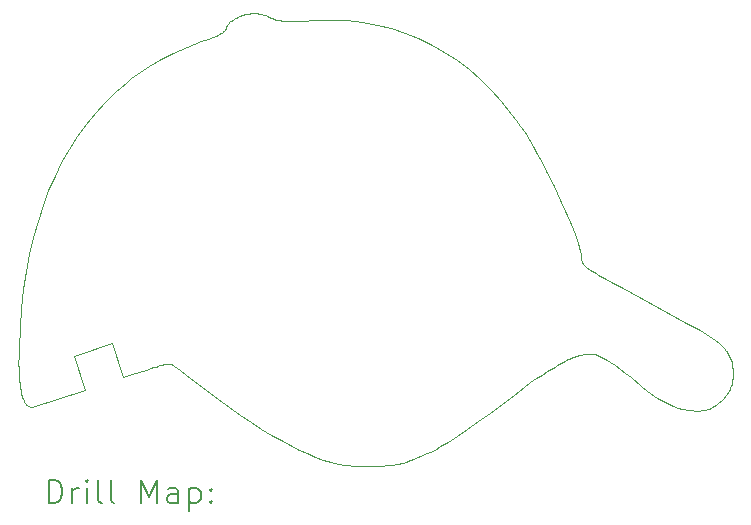
<source format=gbr>
%TF.GenerationSoftware,KiCad,Pcbnew,8.0.5-8.0.5-0~ubuntu22.04.1*%
%TF.CreationDate,2024-10-09T17:19:14-04:00*%
%TF.ProjectId,blinkencap,626c696e-6b65-46e6-9361-702e6b696361,1.0*%
%TF.SameCoordinates,Original*%
%TF.FileFunction,Drillmap*%
%TF.FilePolarity,Positive*%
%FSLAX45Y45*%
G04 Gerber Fmt 4.5, Leading zero omitted, Abs format (unit mm)*
G04 Created by KiCad (PCBNEW 8.0.5-8.0.5-0~ubuntu22.04.1) date 2024-10-09 17:19:14*
%MOMM*%
%LPD*%
G01*
G04 APERTURE LIST*
%ADD10C,0.100000*%
%ADD11C,0.200000*%
G04 APERTURE END LIST*
D10*
X6100000Y-3240000D02*
X6112937Y-3240875D01*
X6125711Y-3242326D01*
X6138280Y-3244363D01*
X6150603Y-3246998D01*
X6162639Y-3250243D01*
X6174345Y-3254109D01*
X6185681Y-3258608D01*
X6196606Y-3263752D01*
X6211298Y-3270904D01*
X6226106Y-3277387D01*
X6241091Y-3283212D01*
X6256311Y-3288386D01*
X6271827Y-3292917D01*
X6287699Y-3296814D01*
X6303987Y-3300084D01*
X6320750Y-3302737D01*
X6338050Y-3304780D01*
X6355945Y-3306222D01*
X6374497Y-3307071D01*
X6393764Y-3307335D01*
X6413806Y-3307022D01*
X6434685Y-3306141D01*
X6456459Y-3304700D01*
X6479188Y-3302708D01*
X6612990Y-3293604D01*
X6744509Y-3292567D01*
X6873599Y-3299531D01*
X7000118Y-3314433D01*
X7123918Y-3337209D01*
X7244857Y-3367796D01*
X7362788Y-3406129D01*
X7477567Y-3452146D01*
X7589050Y-3505781D01*
X7697092Y-3566972D01*
X7801547Y-3635655D01*
X7902271Y-3711765D01*
X7999119Y-3795240D01*
X8091946Y-3886014D01*
X8180608Y-3984026D01*
X8264960Y-4089210D01*
X8304015Y-4142147D01*
X8341012Y-4194991D01*
X8376673Y-4248932D01*
X8411719Y-4305160D01*
X8446870Y-4364866D01*
X8482847Y-4429239D01*
X8520370Y-4499472D01*
X8560162Y-4576754D01*
X8622164Y-4701515D01*
X8677849Y-4818588D01*
X8726765Y-4926863D01*
X8768461Y-5025234D01*
X8802485Y-5112593D01*
X8828386Y-5187832D01*
X8845712Y-5249844D01*
X8851019Y-5275543D01*
X8854013Y-5297520D01*
X8855382Y-5312669D01*
X8856145Y-5319588D01*
X8857094Y-5326163D01*
X8858327Y-5332464D01*
X8859946Y-5338559D01*
X8862048Y-5344519D01*
X8864735Y-5350413D01*
X8868106Y-5356309D01*
X8872259Y-5362278D01*
X8877296Y-5368390D01*
X8883316Y-5374712D01*
X8890418Y-5381316D01*
X8898702Y-5388270D01*
X8908268Y-5395644D01*
X8919216Y-5403507D01*
X8931645Y-5411929D01*
X8945654Y-5420979D01*
X8961344Y-5430727D01*
X8978814Y-5441242D01*
X8998165Y-5452593D01*
X9019494Y-5464850D01*
X9068491Y-5492359D01*
X9126602Y-5524326D01*
X9194625Y-5561305D01*
X9363597Y-5652522D01*
X9746387Y-5860872D01*
X9861096Y-5925529D01*
X9938076Y-5971445D01*
X9987371Y-6004321D01*
X10019027Y-6029861D01*
X10069602Y-6081742D01*
X10075991Y-6088614D01*
X10082037Y-6095746D01*
X10087744Y-6103122D01*
X10093119Y-6110729D01*
X10102897Y-6126573D01*
X10111421Y-6143159D01*
X10118738Y-6160367D01*
X10124898Y-6178080D01*
X10129951Y-6196177D01*
X10133945Y-6214541D01*
X10136929Y-6233052D01*
X10138952Y-6251592D01*
X10140064Y-6270041D01*
X10140313Y-6288280D01*
X10139748Y-6306192D01*
X10138418Y-6323657D01*
X10136373Y-6340555D01*
X10133661Y-6356769D01*
X10129703Y-6374537D01*
X10124874Y-6391395D01*
X10119280Y-6407347D01*
X10113028Y-6422401D01*
X10106224Y-6436560D01*
X10098975Y-6449831D01*
X10091386Y-6462219D01*
X10083566Y-6473730D01*
X10075619Y-6484370D01*
X10067653Y-6494143D01*
X10059774Y-6503055D01*
X10052089Y-6511113D01*
X10044704Y-6518321D01*
X10037725Y-6524685D01*
X10025414Y-6534903D01*
X10009995Y-6546572D01*
X9995107Y-6557110D01*
X9980583Y-6566534D01*
X9966256Y-6574863D01*
X9951959Y-6582117D01*
X9937524Y-6588313D01*
X9922785Y-6593470D01*
X9915249Y-6595665D01*
X9907574Y-6597607D01*
X9899740Y-6599298D01*
X9891725Y-6600742D01*
X9875070Y-6602894D01*
X9857441Y-6604082D01*
X9838673Y-6604325D01*
X9818597Y-6603640D01*
X9797046Y-6602046D01*
X9773854Y-6599563D01*
X9748853Y-6596208D01*
X9729452Y-6592973D01*
X9710289Y-6588984D01*
X9672705Y-6578912D01*
X9636149Y-6566321D01*
X9600670Y-6551541D01*
X9566316Y-6534901D01*
X9533136Y-6516730D01*
X9501178Y-6497358D01*
X9470490Y-6477114D01*
X9441122Y-6456327D01*
X9413121Y-6435328D01*
X9361417Y-6394008D01*
X9276554Y-6323307D01*
X9229293Y-6285838D01*
X9183603Y-6250681D01*
X9139831Y-6218486D01*
X9098324Y-6189907D01*
X9078528Y-6177176D01*
X9059430Y-6165595D01*
X9041071Y-6155243D01*
X9023495Y-6146202D01*
X9006747Y-6138554D01*
X8990868Y-6132381D01*
X8975904Y-6127763D01*
X8961896Y-6124784D01*
X8951675Y-6123444D01*
X8941127Y-6122593D01*
X8930274Y-6122225D01*
X8919136Y-6122333D01*
X8907735Y-6122910D01*
X8896090Y-6123949D01*
X8884222Y-6125443D01*
X8872153Y-6127385D01*
X8859902Y-6129768D01*
X8847491Y-6132585D01*
X8834939Y-6135829D01*
X8822269Y-6139494D01*
X8809501Y-6143572D01*
X8796654Y-6148057D01*
X8783751Y-6152941D01*
X8770811Y-6158217D01*
X8756726Y-6164322D01*
X8743621Y-6170297D01*
X8731444Y-6176128D01*
X8720146Y-6181797D01*
X8699990Y-6192587D01*
X8682754Y-6202537D01*
X8655456Y-6219401D01*
X8644597Y-6226055D01*
X8635070Y-6231351D01*
X8603006Y-6248926D01*
X8564072Y-6272337D01*
X8520037Y-6300385D01*
X8472671Y-6331873D01*
X8423745Y-6365600D01*
X8375027Y-6400369D01*
X8328289Y-6434981D01*
X8285301Y-6468236D01*
X8183219Y-6547715D01*
X8081641Y-6623938D01*
X7982913Y-6695490D01*
X7889380Y-6760955D01*
X7803388Y-6818917D01*
X7727283Y-6867961D01*
X7663412Y-6906672D01*
X7614119Y-6933632D01*
X7576021Y-6952313D01*
X7552668Y-6963398D01*
X7526962Y-6975270D01*
X7499291Y-6987649D01*
X7470042Y-7000254D01*
X7439602Y-7012804D01*
X7408358Y-7025018D01*
X7388389Y-7032259D01*
X7369106Y-7038619D01*
X7350503Y-7044161D01*
X7332570Y-7048951D01*
X7315300Y-7053053D01*
X7298686Y-7056534D01*
X7282720Y-7059456D01*
X7267394Y-7061887D01*
X7238633Y-7065530D01*
X7212339Y-7067983D01*
X7166911Y-7071398D01*
X7140910Y-7072741D01*
X7104713Y-7073413D01*
X7061590Y-7073422D01*
X7014810Y-7072777D01*
X6967645Y-7071488D01*
X6923365Y-7069563D01*
X6885239Y-7067012D01*
X6856539Y-7063843D01*
X6856539Y-7063842D01*
X6796911Y-7052869D01*
X6735017Y-7037668D01*
X6670761Y-7018186D01*
X6604046Y-6994369D01*
X6534775Y-6966164D01*
X6462852Y-6933516D01*
X6388179Y-6896371D01*
X6310661Y-6854675D01*
X6230199Y-6808376D01*
X6146698Y-6757418D01*
X6060061Y-6701748D01*
X5970190Y-6641312D01*
X5876990Y-6576056D01*
X5780363Y-6505926D01*
X5680213Y-6430868D01*
X5576443Y-6350829D01*
X5512666Y-6301732D01*
X5455501Y-6259102D01*
X5431351Y-6241640D01*
X5411198Y-6227509D01*
X5395822Y-6217281D01*
X5386005Y-6211526D01*
X5383028Y-6210102D01*
X5380073Y-6208819D01*
X5377037Y-6207706D01*
X5373820Y-6206791D01*
X5370320Y-6206104D01*
X5366435Y-6205674D01*
X5362064Y-6205530D01*
X5357105Y-6205701D01*
X5351457Y-6206215D01*
X5345018Y-6207103D01*
X5337687Y-6208393D01*
X5329361Y-6210114D01*
X5319940Y-6212295D01*
X5309322Y-6214965D01*
X5297405Y-6218153D01*
X5284088Y-6221889D01*
X5269269Y-6226201D01*
X5252847Y-6231118D01*
X5234720Y-6236670D01*
X5214786Y-6242886D01*
X5169093Y-6257423D01*
X5114956Y-6274963D01*
X5051561Y-6295738D01*
X4978097Y-6319981D01*
X4881000Y-6033000D01*
X4557595Y-6141484D01*
X4653098Y-6432483D01*
X4202128Y-6573100D01*
X4194112Y-6572625D01*
X4186391Y-6571004D01*
X4178963Y-6568242D01*
X4171832Y-6564344D01*
X4164997Y-6559312D01*
X4158459Y-6553152D01*
X4152220Y-6545867D01*
X4146281Y-6537462D01*
X4140643Y-6527940D01*
X4135306Y-6517306D01*
X4130273Y-6505564D01*
X4125543Y-6492718D01*
X4121118Y-6478772D01*
X4116999Y-6463730D01*
X4113187Y-6447596D01*
X4109683Y-6430374D01*
X4106489Y-6412069D01*
X4103604Y-6392685D01*
X4101031Y-6372225D01*
X4098770Y-6350694D01*
X4096822Y-6328096D01*
X4095188Y-6304435D01*
X4093870Y-6279715D01*
X4092868Y-6253940D01*
X4091819Y-6199243D01*
X4092047Y-6140375D01*
X4093562Y-6077371D01*
X4101785Y-5904933D01*
X4114818Y-5738631D01*
X4132703Y-5578353D01*
X4155479Y-5423981D01*
X4183187Y-5275403D01*
X4215866Y-5132502D01*
X4253557Y-4995165D01*
X4296300Y-4863277D01*
X4344136Y-4736722D01*
X4397104Y-4615386D01*
X4455245Y-4499155D01*
X4518598Y-4387913D01*
X4587205Y-4281546D01*
X4661106Y-4179940D01*
X4740339Y-4082978D01*
X4824947Y-3990547D01*
X4868062Y-3947191D01*
X4911824Y-3905564D01*
X4956316Y-3865614D01*
X5001621Y-3827289D01*
X5047823Y-3790536D01*
X5095004Y-3755302D01*
X5143248Y-3721534D01*
X5192638Y-3689181D01*
X5243256Y-3658188D01*
X5295188Y-3628504D01*
X5348514Y-3600075D01*
X5403319Y-3572850D01*
X5459686Y-3546775D01*
X5517697Y-3521798D01*
X5577437Y-3497865D01*
X5638987Y-3474925D01*
X5697342Y-3453743D01*
X5742812Y-3436555D01*
X5761291Y-3429147D01*
X5777239Y-3422362D01*
X5790885Y-3416077D01*
X5802461Y-3410166D01*
X5812196Y-3404504D01*
X5820320Y-3398966D01*
X5827063Y-3393427D01*
X5832656Y-3387763D01*
X5837327Y-3381848D01*
X5841307Y-3375558D01*
X5844827Y-3368767D01*
X5848116Y-3361351D01*
X5852557Y-3351904D01*
X5857827Y-3342754D01*
X5863887Y-3333912D01*
X5870693Y-3325390D01*
X5878206Y-3317200D01*
X5886383Y-3309353D01*
X5895183Y-3301860D01*
X5904564Y-3294734D01*
X5914486Y-3287986D01*
X5924906Y-3281628D01*
X5935785Y-3275670D01*
X5947079Y-3270126D01*
X5958748Y-3265005D01*
X5970750Y-3260321D01*
X5983044Y-3256084D01*
X5995589Y-3252306D01*
X6008343Y-3248998D01*
X6021265Y-3246173D01*
X6034313Y-3243842D01*
X6047446Y-3242016D01*
X6060622Y-3240708D01*
X6073801Y-3239928D01*
X6086941Y-3239688D01*
X6100000Y-3240000D01*
D11*
X4347595Y-7389905D02*
X4347595Y-7189905D01*
X4347595Y-7189905D02*
X4395214Y-7189905D01*
X4395214Y-7189905D02*
X4423786Y-7199429D01*
X4423786Y-7199429D02*
X4442834Y-7218477D01*
X4442834Y-7218477D02*
X4452357Y-7237524D01*
X4452357Y-7237524D02*
X4461881Y-7275620D01*
X4461881Y-7275620D02*
X4461881Y-7304191D01*
X4461881Y-7304191D02*
X4452357Y-7342286D01*
X4452357Y-7342286D02*
X4442834Y-7361334D01*
X4442834Y-7361334D02*
X4423786Y-7380382D01*
X4423786Y-7380382D02*
X4395214Y-7389905D01*
X4395214Y-7389905D02*
X4347595Y-7389905D01*
X4547595Y-7389905D02*
X4547595Y-7256572D01*
X4547595Y-7294667D02*
X4557119Y-7275620D01*
X4557119Y-7275620D02*
X4566643Y-7266096D01*
X4566643Y-7266096D02*
X4585691Y-7256572D01*
X4585691Y-7256572D02*
X4604738Y-7256572D01*
X4671405Y-7389905D02*
X4671405Y-7256572D01*
X4671405Y-7189905D02*
X4661881Y-7199429D01*
X4661881Y-7199429D02*
X4671405Y-7208953D01*
X4671405Y-7208953D02*
X4680929Y-7199429D01*
X4680929Y-7199429D02*
X4671405Y-7189905D01*
X4671405Y-7189905D02*
X4671405Y-7208953D01*
X4795214Y-7389905D02*
X4776167Y-7380382D01*
X4776167Y-7380382D02*
X4766643Y-7361334D01*
X4766643Y-7361334D02*
X4766643Y-7189905D01*
X4899976Y-7389905D02*
X4880929Y-7380382D01*
X4880929Y-7380382D02*
X4871405Y-7361334D01*
X4871405Y-7361334D02*
X4871405Y-7189905D01*
X5128548Y-7389905D02*
X5128548Y-7189905D01*
X5128548Y-7189905D02*
X5195215Y-7332763D01*
X5195215Y-7332763D02*
X5261881Y-7189905D01*
X5261881Y-7189905D02*
X5261881Y-7389905D01*
X5442834Y-7389905D02*
X5442834Y-7285144D01*
X5442834Y-7285144D02*
X5433310Y-7266096D01*
X5433310Y-7266096D02*
X5414262Y-7256572D01*
X5414262Y-7256572D02*
X5376167Y-7256572D01*
X5376167Y-7256572D02*
X5357119Y-7266096D01*
X5442834Y-7380382D02*
X5423786Y-7389905D01*
X5423786Y-7389905D02*
X5376167Y-7389905D01*
X5376167Y-7389905D02*
X5357119Y-7380382D01*
X5357119Y-7380382D02*
X5347595Y-7361334D01*
X5347595Y-7361334D02*
X5347595Y-7342286D01*
X5347595Y-7342286D02*
X5357119Y-7323239D01*
X5357119Y-7323239D02*
X5376167Y-7313715D01*
X5376167Y-7313715D02*
X5423786Y-7313715D01*
X5423786Y-7313715D02*
X5442834Y-7304191D01*
X5538072Y-7256572D02*
X5538072Y-7456572D01*
X5538072Y-7266096D02*
X5557119Y-7256572D01*
X5557119Y-7256572D02*
X5595214Y-7256572D01*
X5595214Y-7256572D02*
X5614262Y-7266096D01*
X5614262Y-7266096D02*
X5623786Y-7275620D01*
X5623786Y-7275620D02*
X5633310Y-7294667D01*
X5633310Y-7294667D02*
X5633310Y-7351810D01*
X5633310Y-7351810D02*
X5623786Y-7370858D01*
X5623786Y-7370858D02*
X5614262Y-7380382D01*
X5614262Y-7380382D02*
X5595214Y-7389905D01*
X5595214Y-7389905D02*
X5557119Y-7389905D01*
X5557119Y-7389905D02*
X5538072Y-7380382D01*
X5719024Y-7370858D02*
X5728548Y-7380382D01*
X5728548Y-7380382D02*
X5719024Y-7389905D01*
X5719024Y-7389905D02*
X5709500Y-7380382D01*
X5709500Y-7380382D02*
X5719024Y-7370858D01*
X5719024Y-7370858D02*
X5719024Y-7389905D01*
X5719024Y-7266096D02*
X5728548Y-7275620D01*
X5728548Y-7275620D02*
X5719024Y-7285144D01*
X5719024Y-7285144D02*
X5709500Y-7275620D01*
X5709500Y-7275620D02*
X5719024Y-7266096D01*
X5719024Y-7266096D02*
X5719024Y-7285144D01*
M02*

</source>
